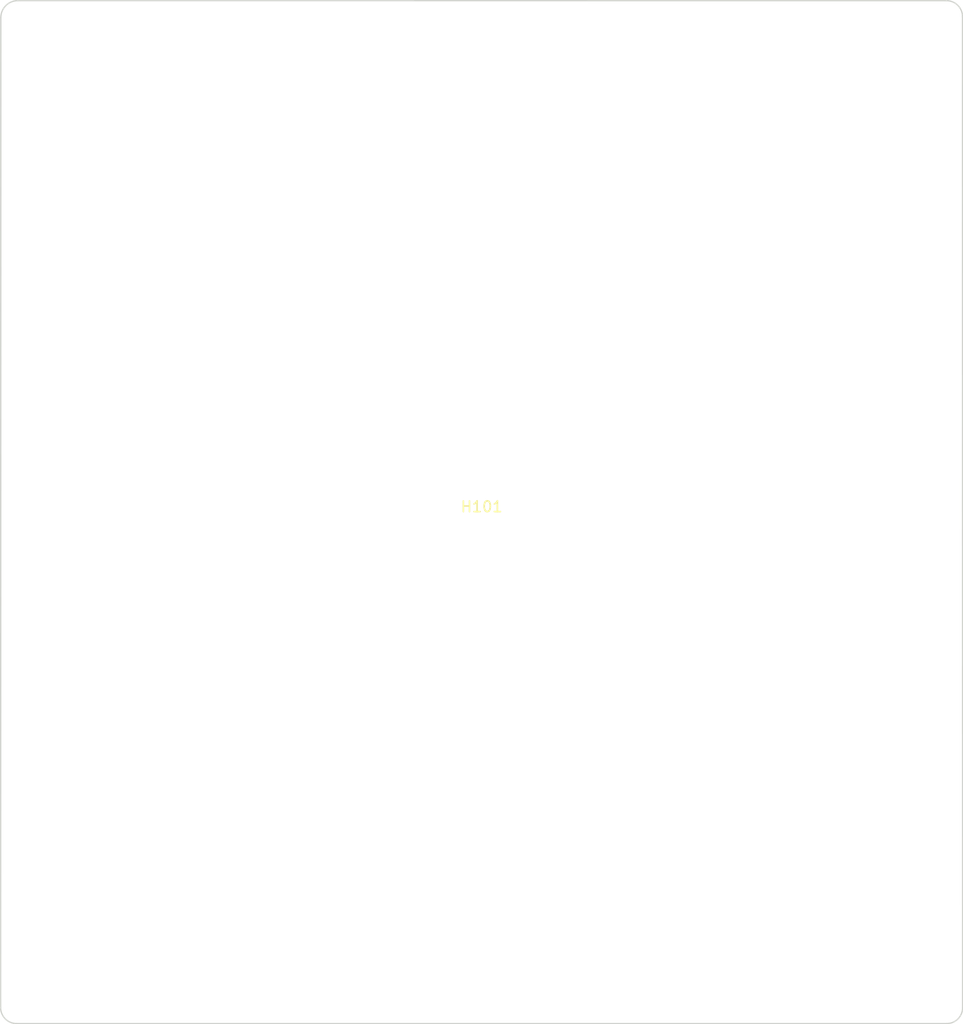
<source format=kicad_pcb>
(kicad_pcb (version 20241229) (generator "pcbnew") (generator_version "9.0")
  (layers (0 "F.Cu" signal) (4 "In1.Cu" signal) (6 "In2.Cu" signal) (8 "In3.Cu" signal) (10 "In4.Cu" signal) (2 "B.Cu" signal) (13 "F.Paste" user) (15 "B.Paste" user) (5 "F.SilkS" user "F.Silkscreen") (7 "B.SilkS" user "B.Silkscreen") (1 "F.Mask" user) (3 "B.Mask" user) (25 "Edge.Cuts" user))
  (net 0 "")
  (footprint "Outlines:SPACEMANIC_V1c" (layer "F.Cu") (at 145.72 93.885)
    (property "Reference" "H101" (at 0 -0.5 0) (layer "F.SilkS"))
    (property "Value" "PCB Outline")
    (fp_line (start -45.104317 46.450001) (end -45.085326 -46.35) (stroke (width 0.12)) (layer "Edge.Cuts"))
    (fp_line (start -43.605076 47.945) (end 43.604278 47.945) (stroke (width 0.12)) (layer "Edge.Cuts"))
    (fp_line (start -43.49135 -47.938387) (end 43.585029 -47.934995) (stroke (width 0.12)) (layer "Edge.Cuts"))
    (fp_line (start 45.085 -46.445) (end 45.095028 46.458529) (stroke (width 0.12)) (layer "Edge.Cuts"))
    (fp_arc (start -45.085337 -46.35) (mid -44.616491 -47.473498) (end -43.49135 -47.938387) (stroke (width 0.12)) (layer "Edge.Cuts"))
    (fp_arc (start -43.605014 47.945) (mid -44.66492 47.508647) (end -45.104317 46.45) (stroke (width 0.12)) (layer "Edge.Cuts"))
    (fp_arc (start 43.585029 -47.934995) (mid 44.645407 -47.498455) (end 45.085001 -46.43934) (stroke (width 0.12)) (layer "Edge.Cuts"))
    (fp_arc (start 45.095028 46.450014) (mid 44.65994 47.506867) (end 43.604345 47.945) (stroke (width 0.12)) (layer "Edge.Cuts"))
    (pad "" np_thru_hole circle (at -40.005 42.865) (size 2.002498 2.002498) (drill 3.2) (layers "F&B.Cu"))
    (pad "" np_thru_hole circle (at -36.83 -42.865) (size 2.002498 2.002498) (drill 3.2) (layers "F&B.Cu"))
    (pad "" np_thru_hole circle (at 36.83 -42.85) (size 2.002498 2.002498) (drill 3.2) (layers "F&B.Cu"))
    (pad "" np_thru_hole circle (at 40.005 42.865) (size 2.002498 2.002498) (drill 3.2) (layers "F&B.Cu"))
  )
)
</source>
